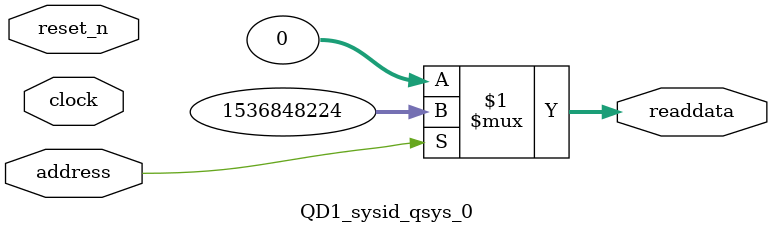
<source format=v>



// synthesis translate_off
`timescale 1ns / 1ps
// synthesis translate_on

// turn off superfluous verilog processor warnings 
// altera message_level Level1 
// altera message_off 10034 10035 10036 10037 10230 10240 10030 

module QD1_sysid_qsys_0 (
               // inputs:
                address,
                clock,
                reset_n,

               // outputs:
                readdata
             )
;

  output  [ 31: 0] readdata;
  input            address;
  input            clock;
  input            reset_n;

  wire    [ 31: 0] readdata;
  //control_slave, which is an e_avalon_slave
  assign readdata = address ? 1536848224 : 0;

endmodule




</source>
